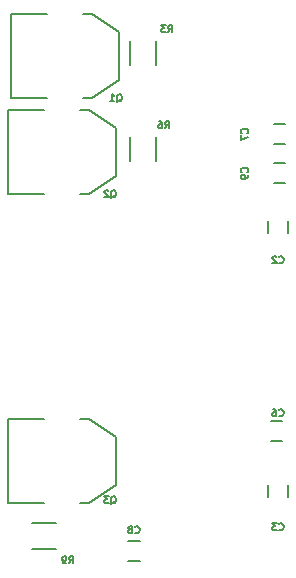
<source format=gbo>
G04 #@! TF.FileFunction,Legend,Bot*
%FSLAX46Y46*%
G04 Gerber Fmt 4.6, Leading zero omitted, Abs format (unit mm)*
G04 Created by KiCad (PCBNEW 4.0.4-stable) date 10/08/16 21:13:51*
%MOMM*%
%LPD*%
G01*
G04 APERTURE LIST*
%ADD10C,0.152400*%
%ADD11C,0.150000*%
G04 APERTURE END LIST*
D10*
D11*
X134278000Y-83812000D02*
X134278000Y-82812000D01*
X135978000Y-82812000D02*
X135978000Y-83812000D01*
X134278000Y-106164000D02*
X134278000Y-105164000D01*
X135978000Y-105164000D02*
X135978000Y-106164000D01*
X134501000Y-99734000D02*
X135501000Y-99734000D01*
X135501000Y-101434000D02*
X134501000Y-101434000D01*
X134755000Y-74588000D02*
X135755000Y-74588000D01*
X135755000Y-76288000D02*
X134755000Y-76288000D01*
X123436000Y-111594000D02*
X122436000Y-111594000D01*
X122436000Y-109894000D02*
X123436000Y-109894000D01*
X135755000Y-79590000D02*
X134755000Y-79590000D01*
X134755000Y-77890000D02*
X135755000Y-77890000D01*
X122623000Y-67580000D02*
X122623000Y-69580000D01*
X124773000Y-69580000D02*
X124773000Y-67580000D01*
X122623000Y-75708000D02*
X122623000Y-77708000D01*
X124773000Y-77708000D02*
X124773000Y-75708000D01*
X114316000Y-110549000D02*
X116316000Y-110549000D01*
X116316000Y-108399000D02*
X114316000Y-108399000D01*
X115570000Y-72390000D02*
X112522000Y-72390000D01*
X112522000Y-72390000D02*
X112522000Y-65278000D01*
X112522000Y-65278000D02*
X115570000Y-65278000D01*
X118618000Y-72390000D02*
X119380000Y-72390000D01*
X119380000Y-72390000D02*
X121666000Y-70866000D01*
X121666000Y-70866000D02*
X121666000Y-66802000D01*
X121666000Y-66802000D02*
X119380000Y-65278000D01*
X119380000Y-65278000D02*
X118618000Y-65278000D01*
X115316000Y-80518000D02*
X112268000Y-80518000D01*
X112268000Y-80518000D02*
X112268000Y-73406000D01*
X112268000Y-73406000D02*
X115316000Y-73406000D01*
X118364000Y-80518000D02*
X119126000Y-80518000D01*
X119126000Y-80518000D02*
X121412000Y-78994000D01*
X121412000Y-78994000D02*
X121412000Y-74930000D01*
X121412000Y-74930000D02*
X119126000Y-73406000D01*
X119126000Y-73406000D02*
X118364000Y-73406000D01*
X115316000Y-106680000D02*
X112268000Y-106680000D01*
X112268000Y-106680000D02*
X112268000Y-99568000D01*
X112268000Y-99568000D02*
X115316000Y-99568000D01*
X118364000Y-106680000D02*
X119126000Y-106680000D01*
X119126000Y-106680000D02*
X121412000Y-105156000D01*
X121412000Y-105156000D02*
X121412000Y-101092000D01*
X121412000Y-101092000D02*
X119126000Y-99568000D01*
X119126000Y-99568000D02*
X118364000Y-99568000D01*
X135228000Y-86320286D02*
X135256571Y-86348857D01*
X135342285Y-86377429D01*
X135399428Y-86377429D01*
X135485143Y-86348857D01*
X135542285Y-86291714D01*
X135570857Y-86234571D01*
X135599428Y-86120286D01*
X135599428Y-86034571D01*
X135570857Y-85920286D01*
X135542285Y-85863143D01*
X135485143Y-85806000D01*
X135399428Y-85777429D01*
X135342285Y-85777429D01*
X135256571Y-85806000D01*
X135228000Y-85834571D01*
X134999428Y-85834571D02*
X134970857Y-85806000D01*
X134913714Y-85777429D01*
X134770857Y-85777429D01*
X134713714Y-85806000D01*
X134685143Y-85834571D01*
X134656571Y-85891714D01*
X134656571Y-85948857D01*
X134685143Y-86034571D01*
X135028000Y-86377429D01*
X134656571Y-86377429D01*
X135228000Y-108926286D02*
X135256571Y-108954857D01*
X135342285Y-108983429D01*
X135399428Y-108983429D01*
X135485143Y-108954857D01*
X135542285Y-108897714D01*
X135570857Y-108840571D01*
X135599428Y-108726286D01*
X135599428Y-108640571D01*
X135570857Y-108526286D01*
X135542285Y-108469143D01*
X135485143Y-108412000D01*
X135399428Y-108383429D01*
X135342285Y-108383429D01*
X135256571Y-108412000D01*
X135228000Y-108440571D01*
X135028000Y-108383429D02*
X134656571Y-108383429D01*
X134856571Y-108612000D01*
X134770857Y-108612000D01*
X134713714Y-108640571D01*
X134685143Y-108669143D01*
X134656571Y-108726286D01*
X134656571Y-108869143D01*
X134685143Y-108926286D01*
X134713714Y-108954857D01*
X134770857Y-108983429D01*
X134942285Y-108983429D01*
X134999428Y-108954857D01*
X135028000Y-108926286D01*
X135228000Y-99274286D02*
X135256571Y-99302857D01*
X135342285Y-99331429D01*
X135399428Y-99331429D01*
X135485143Y-99302857D01*
X135542285Y-99245714D01*
X135570857Y-99188571D01*
X135599428Y-99074286D01*
X135599428Y-98988571D01*
X135570857Y-98874286D01*
X135542285Y-98817143D01*
X135485143Y-98760000D01*
X135399428Y-98731429D01*
X135342285Y-98731429D01*
X135256571Y-98760000D01*
X135228000Y-98788571D01*
X134713714Y-98731429D02*
X134828000Y-98731429D01*
X134885143Y-98760000D01*
X134913714Y-98788571D01*
X134970857Y-98874286D01*
X134999428Y-98988571D01*
X134999428Y-99217143D01*
X134970857Y-99274286D01*
X134942285Y-99302857D01*
X134885143Y-99331429D01*
X134770857Y-99331429D01*
X134713714Y-99302857D01*
X134685143Y-99274286D01*
X134656571Y-99217143D01*
X134656571Y-99074286D01*
X134685143Y-99017143D01*
X134713714Y-98988571D01*
X134770857Y-98960000D01*
X134885143Y-98960000D01*
X134942285Y-98988571D01*
X134970857Y-99017143D01*
X134999428Y-99074286D01*
X132548286Y-75338000D02*
X132576857Y-75309429D01*
X132605429Y-75223715D01*
X132605429Y-75166572D01*
X132576857Y-75080857D01*
X132519714Y-75023715D01*
X132462571Y-74995143D01*
X132348286Y-74966572D01*
X132262571Y-74966572D01*
X132148286Y-74995143D01*
X132091143Y-75023715D01*
X132034000Y-75080857D01*
X132005429Y-75166572D01*
X132005429Y-75223715D01*
X132034000Y-75309429D01*
X132062571Y-75338000D01*
X132005429Y-75538000D02*
X132005429Y-75938000D01*
X132605429Y-75680857D01*
X123036000Y-109180286D02*
X123064571Y-109208857D01*
X123150285Y-109237429D01*
X123207428Y-109237429D01*
X123293143Y-109208857D01*
X123350285Y-109151714D01*
X123378857Y-109094571D01*
X123407428Y-108980286D01*
X123407428Y-108894571D01*
X123378857Y-108780286D01*
X123350285Y-108723143D01*
X123293143Y-108666000D01*
X123207428Y-108637429D01*
X123150285Y-108637429D01*
X123064571Y-108666000D01*
X123036000Y-108694571D01*
X122693143Y-108894571D02*
X122750285Y-108866000D01*
X122778857Y-108837429D01*
X122807428Y-108780286D01*
X122807428Y-108751714D01*
X122778857Y-108694571D01*
X122750285Y-108666000D01*
X122693143Y-108637429D01*
X122578857Y-108637429D01*
X122521714Y-108666000D01*
X122493143Y-108694571D01*
X122464571Y-108751714D01*
X122464571Y-108780286D01*
X122493143Y-108837429D01*
X122521714Y-108866000D01*
X122578857Y-108894571D01*
X122693143Y-108894571D01*
X122750285Y-108923143D01*
X122778857Y-108951714D01*
X122807428Y-109008857D01*
X122807428Y-109123143D01*
X122778857Y-109180286D01*
X122750285Y-109208857D01*
X122693143Y-109237429D01*
X122578857Y-109237429D01*
X122521714Y-109208857D01*
X122493143Y-109180286D01*
X122464571Y-109123143D01*
X122464571Y-109008857D01*
X122493143Y-108951714D01*
X122521714Y-108923143D01*
X122578857Y-108894571D01*
X132548286Y-78640000D02*
X132576857Y-78611429D01*
X132605429Y-78525715D01*
X132605429Y-78468572D01*
X132576857Y-78382857D01*
X132519714Y-78325715D01*
X132462571Y-78297143D01*
X132348286Y-78268572D01*
X132262571Y-78268572D01*
X132148286Y-78297143D01*
X132091143Y-78325715D01*
X132034000Y-78382857D01*
X132005429Y-78468572D01*
X132005429Y-78525715D01*
X132034000Y-78611429D01*
X132062571Y-78640000D01*
X132605429Y-78925715D02*
X132605429Y-79040000D01*
X132576857Y-79097143D01*
X132548286Y-79125715D01*
X132462571Y-79182857D01*
X132348286Y-79211429D01*
X132119714Y-79211429D01*
X132062571Y-79182857D01*
X132034000Y-79154286D01*
X132005429Y-79097143D01*
X132005429Y-78982857D01*
X132034000Y-78925715D01*
X132062571Y-78897143D01*
X132119714Y-78868572D01*
X132262571Y-78868572D01*
X132319714Y-78897143D01*
X132348286Y-78925715D01*
X132376857Y-78982857D01*
X132376857Y-79097143D01*
X132348286Y-79154286D01*
X132319714Y-79182857D01*
X132262571Y-79211429D01*
X125830000Y-66819429D02*
X126030000Y-66533714D01*
X126172857Y-66819429D02*
X126172857Y-66219429D01*
X125944285Y-66219429D01*
X125887143Y-66248000D01*
X125858571Y-66276571D01*
X125830000Y-66333714D01*
X125830000Y-66419429D01*
X125858571Y-66476571D01*
X125887143Y-66505143D01*
X125944285Y-66533714D01*
X126172857Y-66533714D01*
X125630000Y-66219429D02*
X125258571Y-66219429D01*
X125458571Y-66448000D01*
X125372857Y-66448000D01*
X125315714Y-66476571D01*
X125287143Y-66505143D01*
X125258571Y-66562286D01*
X125258571Y-66705143D01*
X125287143Y-66762286D01*
X125315714Y-66790857D01*
X125372857Y-66819429D01*
X125544285Y-66819429D01*
X125601428Y-66790857D01*
X125630000Y-66762286D01*
X125576000Y-74947429D02*
X125776000Y-74661714D01*
X125918857Y-74947429D02*
X125918857Y-74347429D01*
X125690285Y-74347429D01*
X125633143Y-74376000D01*
X125604571Y-74404571D01*
X125576000Y-74461714D01*
X125576000Y-74547429D01*
X125604571Y-74604571D01*
X125633143Y-74633143D01*
X125690285Y-74661714D01*
X125918857Y-74661714D01*
X125061714Y-74347429D02*
X125176000Y-74347429D01*
X125233143Y-74376000D01*
X125261714Y-74404571D01*
X125318857Y-74490286D01*
X125347428Y-74604571D01*
X125347428Y-74833143D01*
X125318857Y-74890286D01*
X125290285Y-74918857D01*
X125233143Y-74947429D01*
X125118857Y-74947429D01*
X125061714Y-74918857D01*
X125033143Y-74890286D01*
X125004571Y-74833143D01*
X125004571Y-74690286D01*
X125033143Y-74633143D01*
X125061714Y-74604571D01*
X125118857Y-74576000D01*
X125233143Y-74576000D01*
X125290285Y-74604571D01*
X125318857Y-74633143D01*
X125347428Y-74690286D01*
X117448000Y-111777429D02*
X117648000Y-111491714D01*
X117790857Y-111777429D02*
X117790857Y-111177429D01*
X117562285Y-111177429D01*
X117505143Y-111206000D01*
X117476571Y-111234571D01*
X117448000Y-111291714D01*
X117448000Y-111377429D01*
X117476571Y-111434571D01*
X117505143Y-111463143D01*
X117562285Y-111491714D01*
X117790857Y-111491714D01*
X117162285Y-111777429D02*
X117048000Y-111777429D01*
X116990857Y-111748857D01*
X116962285Y-111720286D01*
X116905143Y-111634571D01*
X116876571Y-111520286D01*
X116876571Y-111291714D01*
X116905143Y-111234571D01*
X116933714Y-111206000D01*
X116990857Y-111177429D01*
X117105143Y-111177429D01*
X117162285Y-111206000D01*
X117190857Y-111234571D01*
X117219428Y-111291714D01*
X117219428Y-111434571D01*
X117190857Y-111491714D01*
X117162285Y-111520286D01*
X117105143Y-111548857D01*
X116990857Y-111548857D01*
X116933714Y-111520286D01*
X116905143Y-111491714D01*
X116876571Y-111434571D01*
X121469143Y-72718571D02*
X121526286Y-72690000D01*
X121583429Y-72632857D01*
X121669143Y-72547143D01*
X121726286Y-72518571D01*
X121783429Y-72518571D01*
X121754857Y-72661429D02*
X121812000Y-72632857D01*
X121869143Y-72575714D01*
X121897714Y-72461429D01*
X121897714Y-72261429D01*
X121869143Y-72147143D01*
X121812000Y-72090000D01*
X121754857Y-72061429D01*
X121640571Y-72061429D01*
X121583429Y-72090000D01*
X121526286Y-72147143D01*
X121497714Y-72261429D01*
X121497714Y-72461429D01*
X121526286Y-72575714D01*
X121583429Y-72632857D01*
X121640571Y-72661429D01*
X121754857Y-72661429D01*
X120926286Y-72661429D02*
X121269143Y-72661429D01*
X121097715Y-72661429D02*
X121097715Y-72061429D01*
X121154858Y-72147143D01*
X121212000Y-72204286D01*
X121269143Y-72232857D01*
X120961143Y-80846571D02*
X121018286Y-80818000D01*
X121075429Y-80760857D01*
X121161143Y-80675143D01*
X121218286Y-80646571D01*
X121275429Y-80646571D01*
X121246857Y-80789429D02*
X121304000Y-80760857D01*
X121361143Y-80703714D01*
X121389714Y-80589429D01*
X121389714Y-80389429D01*
X121361143Y-80275143D01*
X121304000Y-80218000D01*
X121246857Y-80189429D01*
X121132571Y-80189429D01*
X121075429Y-80218000D01*
X121018286Y-80275143D01*
X120989714Y-80389429D01*
X120989714Y-80589429D01*
X121018286Y-80703714D01*
X121075429Y-80760857D01*
X121132571Y-80789429D01*
X121246857Y-80789429D01*
X120761143Y-80246571D02*
X120732572Y-80218000D01*
X120675429Y-80189429D01*
X120532572Y-80189429D01*
X120475429Y-80218000D01*
X120446858Y-80246571D01*
X120418286Y-80303714D01*
X120418286Y-80360857D01*
X120446858Y-80446571D01*
X120789715Y-80789429D01*
X120418286Y-80789429D01*
X120961143Y-106754571D02*
X121018286Y-106726000D01*
X121075429Y-106668857D01*
X121161143Y-106583143D01*
X121218286Y-106554571D01*
X121275429Y-106554571D01*
X121246857Y-106697429D02*
X121304000Y-106668857D01*
X121361143Y-106611714D01*
X121389714Y-106497429D01*
X121389714Y-106297429D01*
X121361143Y-106183143D01*
X121304000Y-106126000D01*
X121246857Y-106097429D01*
X121132571Y-106097429D01*
X121075429Y-106126000D01*
X121018286Y-106183143D01*
X120989714Y-106297429D01*
X120989714Y-106497429D01*
X121018286Y-106611714D01*
X121075429Y-106668857D01*
X121132571Y-106697429D01*
X121246857Y-106697429D01*
X120789715Y-106097429D02*
X120418286Y-106097429D01*
X120618286Y-106326000D01*
X120532572Y-106326000D01*
X120475429Y-106354571D01*
X120446858Y-106383143D01*
X120418286Y-106440286D01*
X120418286Y-106583143D01*
X120446858Y-106640286D01*
X120475429Y-106668857D01*
X120532572Y-106697429D01*
X120704000Y-106697429D01*
X120761143Y-106668857D01*
X120789715Y-106640286D01*
M02*

</source>
